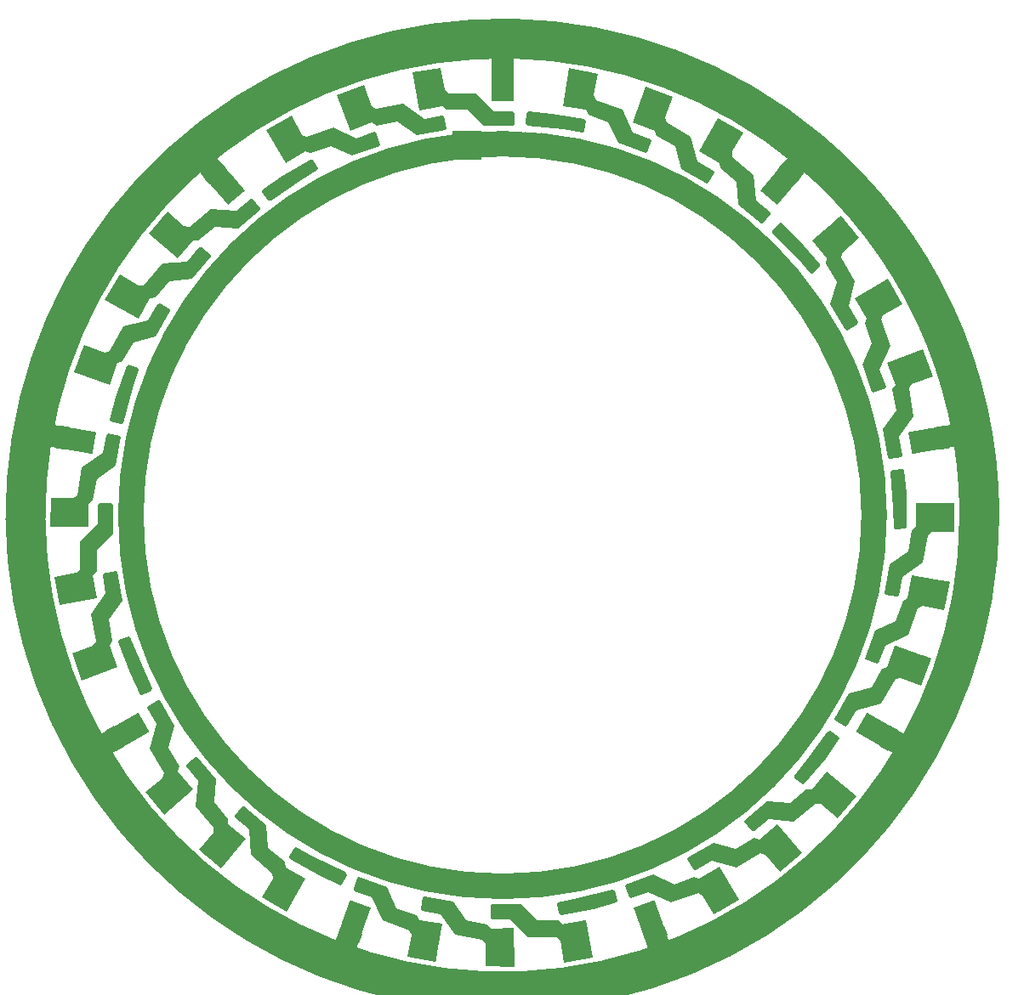
<source format=gtl>
G04*
G04 #@! TF.GenerationSoftware,Altium Limited,Altium Designer,19.1.7 (138)*
G04*
G04 Layer_Physical_Order=1*
G04 Layer_Color=255*
%FSLAX25Y25*%
%MOIN*%
G70*
G01*
G75*
G04:AMPARAMS|DCode=12|XSize=70.87mil|YSize=47.24mil|CornerRadius=0mil|HoleSize=0mil|Usage=FLASHONLY|Rotation=315.000|XOffset=0mil|YOffset=0mil|HoleType=Round|Shape=Rectangle|*
%AMROTATEDRECTD12*
4,1,4,-0.04176,0.00835,-0.00835,0.04176,0.04176,-0.00835,0.00835,-0.04176,-0.04176,0.00835,0.0*
%
%ADD12ROTATEDRECTD12*%

G04:AMPARAMS|DCode=13|XSize=70.87mil|YSize=47.24mil|CornerRadius=0mil|HoleSize=0mil|Usage=FLASHONLY|Rotation=275.000|XOffset=0mil|YOffset=0mil|HoleType=Round|Shape=Rectangle|*
%AMROTATEDRECTD13*
4,1,4,-0.02662,0.03324,0.02044,0.03736,0.02662,-0.03324,-0.02044,-0.03736,-0.02662,0.03324,0.0*
%
%ADD13ROTATEDRECTD13*%

G04:AMPARAMS|DCode=14|XSize=70.87mil|YSize=47.24mil|CornerRadius=0mil|HoleSize=0mil|Usage=FLASHONLY|Rotation=235.000|XOffset=0mil|YOffset=0mil|HoleType=Round|Shape=Rectangle|*
%AMROTATEDRECTD14*
4,1,4,0.00097,0.04257,0.03967,0.01548,-0.00097,-0.04257,-0.03967,-0.01548,0.00097,0.04257,0.0*
%
%ADD14ROTATEDRECTD14*%

G04:AMPARAMS|DCode=15|XSize=70.87mil|YSize=47.24mil|CornerRadius=0mil|HoleSize=0mil|Usage=FLASHONLY|Rotation=195.000|XOffset=0mil|YOffset=0mil|HoleType=Round|Shape=Rectangle|*
%AMROTATEDRECTD15*
4,1,4,0.02811,0.03199,0.04034,-0.01365,-0.02811,-0.03199,-0.04034,0.01365,0.02811,0.03199,0.0*
%
%ADD15ROTATEDRECTD15*%

G04:AMPARAMS|DCode=16|XSize=70.87mil|YSize=47.24mil|CornerRadius=0mil|HoleSize=0mil|Usage=FLASHONLY|Rotation=75.000|XOffset=0mil|YOffset=0mil|HoleType=Round|Shape=Rectangle|*
%AMROTATEDRECTD16*
4,1,4,0.01365,-0.04034,-0.03199,-0.02811,-0.01365,0.04034,0.03199,0.02811,0.01365,-0.04034,0.0*
%
%ADD16ROTATEDRECTD16*%

G04:AMPARAMS|DCode=17|XSize=70.87mil|YSize=47.24mil|CornerRadius=0mil|HoleSize=0mil|Usage=FLASHONLY|Rotation=155.000|XOffset=0mil|YOffset=0mil|HoleType=Round|Shape=Rectangle|*
%AMROTATEDRECTD17*
4,1,4,0.04210,0.00643,0.02213,-0.03638,-0.04210,-0.00643,-0.02213,0.03638,0.04210,0.00643,0.0*
%
%ADD17ROTATEDRECTD17*%

G04:AMPARAMS|DCode=18|XSize=70.87mil|YSize=47.24mil|CornerRadius=0mil|HoleSize=0mil|Usage=FLASHONLY|Rotation=115.000|XOffset=0mil|YOffset=0mil|HoleType=Round|Shape=Rectangle|*
%AMROTATEDRECTD18*
4,1,4,0.03638,-0.02213,-0.00643,-0.04210,-0.03638,0.02213,0.00643,0.04210,0.03638,-0.02213,0.0*
%
%ADD18ROTATEDRECTD18*%

G04:AMPARAMS|DCode=19|XSize=70.87mil|YSize=47.24mil|CornerRadius=0mil|HoleSize=0mil|Usage=FLASHONLY|Rotation=35.000|XOffset=0mil|YOffset=0mil|HoleType=Round|Shape=Rectangle|*
%AMROTATEDRECTD19*
4,1,4,-0.01548,-0.03967,-0.04257,-0.00097,0.01548,0.03967,0.04257,0.00097,-0.01548,-0.03967,0.0*
%
%ADD19ROTATEDRECTD19*%

G04:AMPARAMS|DCode=20|XSize=86.61mil|YSize=93.31mil|CornerRadius=0mil|HoleSize=0mil|Usage=FLASHONLY|Rotation=290.000|XOffset=0mil|YOffset=0mil|HoleType=Round|Shape=Rectangle|*
%AMROTATEDRECTD20*
4,1,4,-0.05865,0.02474,0.02903,0.05665,0.05865,-0.02474,-0.02903,-0.05665,-0.05865,0.02474,0.0*
%
%ADD20ROTATEDRECTD20*%

G04:AMPARAMS|DCode=21|XSize=29.53mil|YSize=37.4mil|CornerRadius=0mil|HoleSize=0mil|Usage=FLASHONLY|Rotation=290.000|XOffset=0mil|YOffset=0mil|HoleType=Round|Shape=Rectangle|*
%AMROTATEDRECTD21*
4,1,4,-0.02262,0.00748,0.01252,0.02027,0.02262,-0.00748,-0.01252,-0.02027,-0.02262,0.00748,0.0*
%
%ADD21ROTATEDRECTD21*%

%ADD22R,0.11811X0.11811*%
G04:AMPARAMS|DCode=23|XSize=70.87mil|YSize=47.24mil|CornerRadius=0mil|HoleSize=0mil|Usage=FLASHONLY|Rotation=355.000|XOffset=0mil|YOffset=0mil|HoleType=Round|Shape=Rectangle|*
%AMROTATEDRECTD23*
4,1,4,-0.03736,-0.02044,-0.03324,0.02662,0.03736,0.02044,0.03324,-0.02662,-0.03736,-0.02044,0.0*
%
%ADD23ROTATEDRECTD23*%

%ADD24R,0.02953X0.03740*%
%ADD25R,0.08661X0.09331*%
G04:AMPARAMS|DCode=26|XSize=29.53mil|YSize=37.4mil|CornerRadius=0mil|HoleSize=0mil|Usage=FLASHONLY|Rotation=190.000|XOffset=0mil|YOffset=0mil|HoleType=Round|Shape=Rectangle|*
%AMROTATEDRECTD26*
4,1,4,0.01129,0.02098,0.01779,-0.01585,-0.01129,-0.02098,-0.01779,0.01585,0.01129,0.02098,0.0*
%
%ADD26ROTATEDRECTD26*%

G04:AMPARAMS|DCode=27|XSize=86.61mil|YSize=93.31mil|CornerRadius=0mil|HoleSize=0mil|Usage=FLASHONLY|Rotation=190.000|XOffset=0mil|YOffset=0mil|HoleType=Round|Shape=Rectangle|*
%AMROTATEDRECTD27*
4,1,4,0.03455,0.05347,0.05075,-0.03842,-0.03455,-0.05347,-0.05075,0.03842,0.03455,0.05347,0.0*
%
%ADD27ROTATEDRECTD27*%

G04:AMPARAMS|DCode=28|XSize=29.53mil|YSize=37.4mil|CornerRadius=0mil|HoleSize=0mil|Usage=FLASHONLY|Rotation=200.000|XOffset=0mil|YOffset=0mil|HoleType=Round|Shape=Rectangle|*
%AMROTATEDRECTD28*
4,1,4,0.00748,0.02262,0.02027,-0.01252,-0.00748,-0.02262,-0.02027,0.01252,0.00748,0.02262,0.0*
%
%ADD28ROTATEDRECTD28*%

G04:AMPARAMS|DCode=29|XSize=86.61mil|YSize=93.31mil|CornerRadius=0mil|HoleSize=0mil|Usage=FLASHONLY|Rotation=200.000|XOffset=0mil|YOffset=0mil|HoleType=Round|Shape=Rectangle|*
%AMROTATEDRECTD29*
4,1,4,0.02474,0.05865,0.05665,-0.02903,-0.02474,-0.05865,-0.05665,0.02903,0.02474,0.05865,0.0*
%
%ADD29ROTATEDRECTD29*%

G04:AMPARAMS|DCode=30|XSize=29.53mil|YSize=37.4mil|CornerRadius=0mil|HoleSize=0mil|Usage=FLASHONLY|Rotation=210.000|XOffset=0mil|YOffset=0mil|HoleType=Round|Shape=Rectangle|*
%AMROTATEDRECTD30*
4,1,4,0.00344,0.02358,0.02214,-0.00881,-0.00344,-0.02358,-0.02214,0.00881,0.00344,0.02358,0.0*
%
%ADD30ROTATEDRECTD30*%

G04:AMPARAMS|DCode=31|XSize=86.61mil|YSize=93.31mil|CornerRadius=0mil|HoleSize=0mil|Usage=FLASHONLY|Rotation=210.000|XOffset=0mil|YOffset=0mil|HoleType=Round|Shape=Rectangle|*
%AMROTATEDRECTD31*
4,1,4,0.01418,0.06206,0.06083,-0.01875,-0.01418,-0.06206,-0.06083,0.01875,0.01418,0.06206,0.0*
%
%ADD31ROTATEDRECTD31*%

G04:AMPARAMS|DCode=32|XSize=29.53mil|YSize=37.4mil|CornerRadius=0mil|HoleSize=0mil|Usage=FLASHONLY|Rotation=220.000|XOffset=0mil|YOffset=0mil|HoleType=Round|Shape=Rectangle|*
%AMROTATEDRECTD32*
4,1,4,-0.00071,0.02382,0.02333,-0.00484,0.00071,-0.02382,-0.02333,0.00484,-0.00071,0.02382,0.0*
%
%ADD32ROTATEDRECTD32*%

G04:AMPARAMS|DCode=33|XSize=86.61mil|YSize=93.31mil|CornerRadius=0mil|HoleSize=0mil|Usage=FLASHONLY|Rotation=220.000|XOffset=0mil|YOffset=0mil|HoleType=Round|Shape=Rectangle|*
%AMROTATEDRECTD33*
4,1,4,0.00319,0.06358,0.06316,-0.00790,-0.00319,-0.06358,-0.06316,0.00790,0.00319,0.06358,0.0*
%
%ADD33ROTATEDRECTD33*%

G04:AMPARAMS|DCode=34|XSize=29.53mil|YSize=37.4mil|CornerRadius=0mil|HoleSize=0mil|Usage=FLASHONLY|Rotation=230.000|XOffset=0mil|YOffset=0mil|HoleType=Round|Shape=Rectangle|*
%AMROTATEDRECTD34*
4,1,4,-0.00484,0.02333,0.02382,-0.00071,0.00484,-0.02333,-0.02382,0.00071,-0.00484,0.02333,0.0*
%
%ADD34ROTATEDRECTD34*%

G04:AMPARAMS|DCode=35|XSize=86.61mil|YSize=93.31mil|CornerRadius=0mil|HoleSize=0mil|Usage=FLASHONLY|Rotation=230.000|XOffset=0mil|YOffset=0mil|HoleType=Round|Shape=Rectangle|*
%AMROTATEDRECTD35*
4,1,4,-0.00790,0.06316,0.06358,0.00319,0.00790,-0.06316,-0.06358,-0.00319,-0.00790,0.06316,0.0*
%
%ADD35ROTATEDRECTD35*%

G04:AMPARAMS|DCode=36|XSize=29.53mil|YSize=37.4mil|CornerRadius=0mil|HoleSize=0mil|Usage=FLASHONLY|Rotation=240.000|XOffset=0mil|YOffset=0mil|HoleType=Round|Shape=Rectangle|*
%AMROTATEDRECTD36*
4,1,4,-0.00881,0.02214,0.02358,0.00344,0.00881,-0.02214,-0.02358,-0.00344,-0.00881,0.02214,0.0*
%
%ADD36ROTATEDRECTD36*%

G04:AMPARAMS|DCode=37|XSize=86.61mil|YSize=93.31mil|CornerRadius=0mil|HoleSize=0mil|Usage=FLASHONLY|Rotation=240.000|XOffset=0mil|YOffset=0mil|HoleType=Round|Shape=Rectangle|*
%AMROTATEDRECTD37*
4,1,4,-0.01875,0.06083,0.06206,0.01418,0.01875,-0.06083,-0.06206,-0.01418,-0.01875,0.06083,0.0*
%
%ADD37ROTATEDRECTD37*%

G04:AMPARAMS|DCode=38|XSize=29.53mil|YSize=37.4mil|CornerRadius=0mil|HoleSize=0mil|Usage=FLASHONLY|Rotation=250.000|XOffset=0mil|YOffset=0mil|HoleType=Round|Shape=Rectangle|*
%AMROTATEDRECTD38*
4,1,4,-0.01252,0.02027,0.02262,0.00748,0.01252,-0.02027,-0.02262,-0.00748,-0.01252,0.02027,0.0*
%
%ADD38ROTATEDRECTD38*%

G04:AMPARAMS|DCode=39|XSize=86.61mil|YSize=93.31mil|CornerRadius=0mil|HoleSize=0mil|Usage=FLASHONLY|Rotation=250.000|XOffset=0mil|YOffset=0mil|HoleType=Round|Shape=Rectangle|*
%AMROTATEDRECTD39*
4,1,4,-0.02903,0.05665,0.05865,0.02474,0.02903,-0.05665,-0.05865,-0.02474,-0.02903,0.05665,0.0*
%
%ADD39ROTATEDRECTD39*%

G04:AMPARAMS|DCode=40|XSize=29.53mil|YSize=37.4mil|CornerRadius=0mil|HoleSize=0mil|Usage=FLASHONLY|Rotation=260.000|XOffset=0mil|YOffset=0mil|HoleType=Round|Shape=Rectangle|*
%AMROTATEDRECTD40*
4,1,4,-0.01585,0.01779,0.02098,0.01129,0.01585,-0.01779,-0.02098,-0.01129,-0.01585,0.01779,0.0*
%
%ADD40ROTATEDRECTD40*%

G04:AMPARAMS|DCode=41|XSize=86.61mil|YSize=93.31mil|CornerRadius=0mil|HoleSize=0mil|Usage=FLASHONLY|Rotation=260.000|XOffset=0mil|YOffset=0mil|HoleType=Round|Shape=Rectangle|*
%AMROTATEDRECTD41*
4,1,4,-0.03842,0.05075,0.05347,0.03455,0.03842,-0.05075,-0.05347,-0.03455,-0.03842,0.05075,0.0*
%
%ADD41ROTATEDRECTD41*%

%ADD42R,0.03740X0.02953*%
%ADD43R,0.09331X0.08661*%
G04:AMPARAMS|DCode=44|XSize=29.53mil|YSize=37.4mil|CornerRadius=0mil|HoleSize=0mil|Usage=FLASHONLY|Rotation=100.000|XOffset=0mil|YOffset=0mil|HoleType=Round|Shape=Rectangle|*
%AMROTATEDRECTD44*
4,1,4,0.02098,-0.01129,-0.01585,-0.01779,-0.02098,0.01129,0.01585,0.01779,0.02098,-0.01129,0.0*
%
%ADD44ROTATEDRECTD44*%

G04:AMPARAMS|DCode=45|XSize=86.61mil|YSize=93.31mil|CornerRadius=0mil|HoleSize=0mil|Usage=FLASHONLY|Rotation=100.000|XOffset=0mil|YOffset=0mil|HoleType=Round|Shape=Rectangle|*
%AMROTATEDRECTD45*
4,1,4,0.05347,-0.03455,-0.03842,-0.05075,-0.05347,0.03455,0.03842,0.05075,0.05347,-0.03455,0.0*
%
%ADD45ROTATEDRECTD45*%

G04:AMPARAMS|DCode=46|XSize=29.53mil|YSize=37.4mil|CornerRadius=0mil|HoleSize=0mil|Usage=FLASHONLY|Rotation=120.000|XOffset=0mil|YOffset=0mil|HoleType=Round|Shape=Rectangle|*
%AMROTATEDRECTD46*
4,1,4,0.02358,-0.00344,-0.00881,-0.02214,-0.02358,0.00344,0.00881,0.02214,0.02358,-0.00344,0.0*
%
%ADD46ROTATEDRECTD46*%

G04:AMPARAMS|DCode=47|XSize=86.61mil|YSize=93.31mil|CornerRadius=0mil|HoleSize=0mil|Usage=FLASHONLY|Rotation=120.000|XOffset=0mil|YOffset=0mil|HoleType=Round|Shape=Rectangle|*
%AMROTATEDRECTD47*
4,1,4,0.06206,-0.01418,-0.01875,-0.06083,-0.06206,0.01418,0.01875,0.06083,0.06206,-0.01418,0.0*
%
%ADD47ROTATEDRECTD47*%

G04:AMPARAMS|DCode=48|XSize=29.53mil|YSize=37.4mil|CornerRadius=0mil|HoleSize=0mil|Usage=FLASHONLY|Rotation=130.000|XOffset=0mil|YOffset=0mil|HoleType=Round|Shape=Rectangle|*
%AMROTATEDRECTD48*
4,1,4,0.02382,0.00071,-0.00484,-0.02333,-0.02382,-0.00071,0.00484,0.02333,0.02382,0.00071,0.0*
%
%ADD48ROTATEDRECTD48*%

G04:AMPARAMS|DCode=49|XSize=86.61mil|YSize=93.31mil|CornerRadius=0mil|HoleSize=0mil|Usage=FLASHONLY|Rotation=130.000|XOffset=0mil|YOffset=0mil|HoleType=Round|Shape=Rectangle|*
%AMROTATEDRECTD49*
4,1,4,0.06358,-0.00319,-0.00790,-0.06316,-0.06358,0.00319,0.00790,0.06316,0.06358,-0.00319,0.0*
%
%ADD49ROTATEDRECTD49*%

G04:AMPARAMS|DCode=50|XSize=29.53mil|YSize=37.4mil|CornerRadius=0mil|HoleSize=0mil|Usage=FLASHONLY|Rotation=140.000|XOffset=0mil|YOffset=0mil|HoleType=Round|Shape=Rectangle|*
%AMROTATEDRECTD50*
4,1,4,0.02333,0.00484,-0.00071,-0.02382,-0.02333,-0.00484,0.00071,0.02382,0.02333,0.00484,0.0*
%
%ADD50ROTATEDRECTD50*%

G04:AMPARAMS|DCode=51|XSize=86.61mil|YSize=93.31mil|CornerRadius=0mil|HoleSize=0mil|Usage=FLASHONLY|Rotation=140.000|XOffset=0mil|YOffset=0mil|HoleType=Round|Shape=Rectangle|*
%AMROTATEDRECTD51*
4,1,4,0.06316,0.00790,0.00319,-0.06358,-0.06316,-0.00790,-0.00319,0.06358,0.06316,0.00790,0.0*
%
%ADD51ROTATEDRECTD51*%

G04:AMPARAMS|DCode=52|XSize=29.53mil|YSize=37.4mil|CornerRadius=0mil|HoleSize=0mil|Usage=FLASHONLY|Rotation=150.000|XOffset=0mil|YOffset=0mil|HoleType=Round|Shape=Rectangle|*
%AMROTATEDRECTD52*
4,1,4,0.02214,0.00881,0.00344,-0.02358,-0.02214,-0.00881,-0.00344,0.02358,0.02214,0.00881,0.0*
%
%ADD52ROTATEDRECTD52*%

G04:AMPARAMS|DCode=53|XSize=86.61mil|YSize=93.31mil|CornerRadius=0mil|HoleSize=0mil|Usage=FLASHONLY|Rotation=150.000|XOffset=0mil|YOffset=0mil|HoleType=Round|Shape=Rectangle|*
%AMROTATEDRECTD53*
4,1,4,0.06083,0.01875,0.01418,-0.06206,-0.06083,-0.01875,-0.01418,0.06206,0.06083,0.01875,0.0*
%
%ADD53ROTATEDRECTD53*%

G04:AMPARAMS|DCode=54|XSize=29.53mil|YSize=37.4mil|CornerRadius=0mil|HoleSize=0mil|Usage=FLASHONLY|Rotation=160.000|XOffset=0mil|YOffset=0mil|HoleType=Round|Shape=Rectangle|*
%AMROTATEDRECTD54*
4,1,4,0.02027,0.01252,0.00748,-0.02262,-0.02027,-0.01252,-0.00748,0.02262,0.02027,0.01252,0.0*
%
%ADD54ROTATEDRECTD54*%

G04:AMPARAMS|DCode=55|XSize=86.61mil|YSize=93.31mil|CornerRadius=0mil|HoleSize=0mil|Usage=FLASHONLY|Rotation=160.000|XOffset=0mil|YOffset=0mil|HoleType=Round|Shape=Rectangle|*
%AMROTATEDRECTD55*
4,1,4,0.05665,0.02903,0.02474,-0.05865,-0.05665,-0.02903,-0.02474,0.05865,0.05665,0.02903,0.0*
%
%ADD55ROTATEDRECTD55*%

G04:AMPARAMS|DCode=56|XSize=29.53mil|YSize=37.4mil|CornerRadius=0mil|HoleSize=0mil|Usage=FLASHONLY|Rotation=170.000|XOffset=0mil|YOffset=0mil|HoleType=Round|Shape=Rectangle|*
%AMROTATEDRECTD56*
4,1,4,0.01779,0.01585,0.01129,-0.02098,-0.01779,-0.01585,-0.01129,0.02098,0.01779,0.01585,0.0*
%
%ADD56ROTATEDRECTD56*%

G04:AMPARAMS|DCode=57|XSize=86.61mil|YSize=93.31mil|CornerRadius=0mil|HoleSize=0mil|Usage=FLASHONLY|Rotation=170.000|XOffset=0mil|YOffset=0mil|HoleType=Round|Shape=Rectangle|*
%AMROTATEDRECTD57*
4,1,4,0.05075,0.03842,0.03455,-0.05347,-0.05075,-0.03842,-0.03455,0.05347,0.05075,0.03842,0.0*
%
%ADD57ROTATEDRECTD57*%

%ADD105C,0.15748*%
%ADD106C,0.09843*%
%ADD107C,0.08661*%
%ADD108C,0.03937*%
G36*
X-22756Y167008D02*
X-21260Y165512D01*
X-10236Y165512D01*
X-3189Y158465D01*
X4055D01*
X4685Y157835D01*
Y153150D01*
X4173Y152638D01*
X-7244Y152638D01*
X-13701Y159095D01*
X-22047Y159095D01*
X-23701Y160472D01*
X-32638Y158858D01*
X-35394Y173661D01*
X-24161Y175489D01*
X-22756Y167008D01*
D02*
G37*
G36*
X19331Y157480D02*
X31969Y155276D01*
X32638Y154606D01*
X32134Y150743D01*
X31449Y150201D01*
X23858Y151378D01*
X9843Y152677D01*
X9016Y153583D01*
X9449Y157677D01*
X9961Y158228D01*
X19331Y157480D01*
D02*
G37*
G36*
X-51411Y160519D02*
X-49678Y159306D01*
X-38822Y161220D01*
X-30658Y155503D01*
X-23524Y156761D01*
X-22794Y156250D01*
X-21980Y151637D01*
X-22395Y151044D01*
X-33639Y149061D01*
X-41119Y154298D01*
X-49339Y152849D01*
X-51206Y153919D01*
X-59727Y150777D01*
X-65012Y164877D01*
X-54267Y168627D01*
X-51411Y160519D01*
D02*
G37*
G36*
X37317Y173169D02*
X35737Y164719D01*
X36631Y162802D01*
X46989Y159031D01*
X51201Y149999D01*
X58009Y147521D01*
X58385Y146714D01*
X56783Y142311D01*
X56127Y142005D01*
X45398Y145910D01*
X41539Y154186D01*
X33696Y157041D01*
X32613Y158901D01*
X23663Y160441D01*
X26136Y175294D01*
X37317Y173169D01*
D02*
G37*
G36*
X-78504Y149153D02*
X-76586Y148259D01*
X-66227Y152029D01*
X-57195Y147817D01*
X-50388Y150295D01*
X-49580Y149918D01*
X-47978Y145516D01*
X-48284Y144860D01*
X-59012Y140955D01*
X-67288Y144814D01*
X-75131Y141959D01*
X-77156Y142689D01*
X-85002Y138115D01*
X-92655Y151083D01*
X-82725Y156642D01*
X-78504Y149153D01*
D02*
G37*
G36*
X66820Y164058D02*
X63797Y156011D01*
X64344Y153967D01*
X73891Y148456D01*
X76471Y138829D01*
X82744Y135207D01*
X82975Y134346D01*
X80632Y130289D01*
X79933Y130102D01*
X70045Y135810D01*
X67682Y144630D01*
X60454Y148803D01*
X59711Y150824D01*
X51164Y153894D01*
X56179Y168092D01*
X66820Y164058D01*
D02*
G37*
G36*
X-74377Y139415D02*
X-72280Y136131D01*
X-72456Y135276D01*
X-79027Y131298D01*
X-90599Y123284D01*
X-91815Y123446D01*
X-94115Y126861D01*
X-94077Y127612D01*
X-86418Y133063D01*
X-75320Y139497D01*
X-74377Y139415D01*
D02*
G37*
G36*
X-97865Y123920D02*
X-94854Y120331D01*
X-94917Y119610D01*
X-103663Y112271D01*
X-112759Y113067D01*
X-119153Y107702D01*
X-121306Y107694D01*
X-127114Y100713D01*
X-138741Y110282D01*
X-131311Y118902D01*
X-124783Y113308D01*
X-122675Y113124D01*
X-114230Y120210D01*
X-104302Y119341D01*
X-98753Y123997D01*
X-97865Y123920D01*
D02*
G37*
G36*
X94294Y149963D02*
X89919Y142563D01*
X90103Y140455D01*
X98548Y133369D01*
X99416Y123441D01*
X104965Y118784D01*
X105043Y117897D01*
X102032Y114308D01*
X101311Y114245D01*
X92564Y121584D01*
X91768Y130680D01*
X85375Y136045D01*
X84994Y138164D01*
X77110Y142672D01*
X84514Y155783D01*
X94294Y149963D01*
D02*
G37*
G36*
X116035Y108211D02*
X124299Y98399D01*
X124381Y97456D01*
X121511Y94820D01*
X120639Y94845D01*
X115580Y100626D01*
X105679Y110631D01*
X105628Y111856D01*
X108591Y114714D01*
X109337Y114807D01*
X116035Y108211D01*
D02*
G37*
G36*
X-114308Y102032D02*
X-114245Y101311D01*
X-121584Y92564D01*
X-130680Y91768D01*
X-136045Y85375D01*
X-138164Y84994D01*
X-142672Y77110D01*
X-155783Y84514D01*
X-149963Y94294D01*
X-142563Y89919D01*
X-140455Y90103D01*
X-133369Y98548D01*
X-123441Y99416D01*
X-118784Y104965D01*
X-117897Y105043D01*
X-114308Y102032D01*
D02*
G37*
G36*
X139897Y108669D02*
X133255Y103211D01*
X132708Y101168D01*
X138219Y91621D01*
X135640Y81994D01*
X139262Y75720D01*
X139031Y74860D01*
X134974Y72517D01*
X134275Y72705D01*
X128566Y82592D01*
X130930Y91413D01*
X126756Y98641D01*
X127123Y100762D01*
X121256Y107694D01*
X132698Y117483D01*
X139897Y108669D01*
D02*
G37*
G36*
X-130289Y80632D02*
X-130102Y79933D01*
X-135810Y70045D01*
X-144630Y67682D01*
X-148803Y60454D01*
X-150824Y59711D01*
X-153894Y51164D01*
X-168092Y56179D01*
X-164058Y66820D01*
X-156011Y63797D01*
X-153967Y64344D01*
X-148456Y73891D01*
X-138829Y76471D01*
X-135207Y82744D01*
X-134346Y82975D01*
X-130289Y80632D01*
D02*
G37*
G36*
X156642Y82725D02*
X149153Y78504D01*
X148259Y76586D01*
X152029Y66227D01*
X147817Y57195D01*
X150295Y50388D01*
X149918Y49580D01*
X145516Y47978D01*
X144860Y48284D01*
X140955Y59012D01*
X144814Y67288D01*
X141959Y75131D01*
X142689Y77156D01*
X138115Y85002D01*
X151083Y92655D01*
X156642Y82725D01*
D02*
G37*
G36*
X-142873Y57822D02*
X-142458Y57053D01*
X-144935Y49782D01*
X-148649Y36205D01*
X-149684Y35548D01*
X-153641Y36686D01*
X-154095Y37285D01*
X-151731Y46383D01*
X-147365Y58446D01*
X-146590Y58989D01*
X-142873Y57822D01*
D02*
G37*
G36*
X168627Y54267D02*
X160519Y51411D01*
X159306Y49678D01*
X161220Y38822D01*
X155503Y30658D01*
X156761Y23524D01*
X156250Y22794D01*
X151637Y21980D01*
X151044Y22395D01*
X149061Y33639D01*
X154298Y41119D01*
X152849Y49339D01*
X153919Y51206D01*
X150777Y59727D01*
X164877Y65012D01*
X168627Y54267D01*
D02*
G37*
G36*
X-150009Y31208D02*
X-149594Y30615D01*
X-151577Y19371D01*
X-159057Y14134D01*
X-160506Y5914D01*
X-162150Y4525D01*
X-162112Y-4557D01*
X-177169Y-4700D01*
X-177018Y6679D01*
X-168422Y6590D01*
X-166689Y7804D01*
X-164775Y18660D01*
X-156611Y24377D01*
X-155353Y31511D01*
X-154623Y32022D01*
X-150009Y31208D01*
D02*
G37*
G36*
X157554Y17667D02*
X158445Y8309D01*
X158468Y-4519D01*
X157925Y-5295D01*
X154033Y-5469D01*
X153380Y-4889D01*
X153221Y2791D01*
X152067Y16819D01*
X152815Y17791D01*
X156922Y18075D01*
X157554Y17667D01*
D02*
G37*
G36*
X177018Y-6679D02*
X168422Y-6590D01*
X166689Y-7804D01*
X164775Y-18660D01*
X156611Y-24377D01*
X155353Y-31511D01*
X154623Y-32022D01*
X150009Y-31208D01*
X149594Y-30615D01*
X151577Y-19371D01*
X159057Y-14134D01*
X160506Y-5914D01*
X162150Y-4525D01*
X162112Y4557D01*
X177169Y4700D01*
X177018Y-6679D01*
D02*
G37*
G36*
X-152638Y4173D02*
X-152638Y-7244D01*
X-159095Y-13701D01*
X-159095Y-22047D01*
X-160472Y-23701D01*
X-158858Y-32638D01*
X-173661Y-35394D01*
X-175489Y-24161D01*
X-167008Y-22756D01*
X-165512Y-21260D01*
X-165512Y-10236D01*
X-158465Y-3189D01*
Y4055D01*
X-157835Y4685D01*
X-153150Y4685D01*
X-152638Y4173D01*
D02*
G37*
G36*
X175294Y-26136D02*
X173169Y-37317D01*
X164719Y-35737D01*
X162802Y-36631D01*
X159031Y-46989D01*
X149999Y-51201D01*
X147521Y-58009D01*
X146714Y-58385D01*
X142311Y-56783D01*
X142005Y-56127D01*
X145910Y-45398D01*
X154186Y-41539D01*
X157041Y-33696D01*
X158901Y-32613D01*
X160441Y-23663D01*
X175294Y-26136D01*
D02*
G37*
G36*
X-151044Y-22395D02*
X-149061Y-33639D01*
X-154298Y-41119D01*
X-152849Y-49339D01*
X-153919Y-51206D01*
X-150777Y-59727D01*
X-164877Y-65012D01*
X-168627Y-54267D01*
X-160519Y-51411D01*
X-159306Y-49678D01*
X-161220Y-38822D01*
X-155503Y-30658D01*
X-156761Y-23524D01*
X-156250Y-22794D01*
X-151637Y-21980D01*
X-151044Y-22395D01*
D02*
G37*
G36*
X168092Y-56179D02*
X164058Y-66820D01*
X156011Y-63797D01*
X153967Y-64344D01*
X148456Y-73891D01*
X138829Y-76471D01*
X135207Y-82744D01*
X134346Y-82975D01*
X130289Y-80632D01*
X130102Y-79933D01*
X135810Y-70045D01*
X144630Y-67682D01*
X148803Y-60454D01*
X150824Y-59711D01*
X153894Y-51164D01*
X168092Y-56179D01*
D02*
G37*
G36*
X-145802Y-47865D02*
X-143026Y-55027D01*
X-137144Y-67815D01*
X-137514Y-68984D01*
X-141277Y-70656D01*
X-142010Y-70488D01*
X-146047Y-61999D01*
X-150457Y-49952D01*
X-150212Y-49038D01*
X-146614Y-47543D01*
X-145802Y-47865D01*
D02*
G37*
G36*
X131828Y-87021D02*
X132050Y-87740D01*
X126717Y-95481D01*
X118488Y-105323D01*
X117574Y-105568D01*
X114480Y-103200D01*
X114353Y-102336D01*
X119168Y-96351D01*
X127301Y-84863D01*
X128499Y-84599D01*
X131828Y-87021D01*
D02*
G37*
G36*
X138741Y-110282D02*
X131311Y-118902D01*
X124783Y-113308D01*
X122675Y-113124D01*
X114230Y-120210D01*
X104302Y-119341D01*
X98753Y-123997D01*
X97865Y-123920D01*
X94854Y-120331D01*
X94917Y-119610D01*
X103663Y-112271D01*
X112759Y-113067D01*
X119153Y-107702D01*
X121306Y-107694D01*
X127114Y-100713D01*
X138741Y-110282D01*
D02*
G37*
G36*
X-134275Y-72705D02*
X-128566Y-82592D01*
X-130929Y-91412D01*
X-126756Y-98641D01*
X-127123Y-100762D01*
X-121256Y-107694D01*
X-132698Y-117482D01*
X-139897Y-108669D01*
X-133255Y-103211D01*
X-132708Y-101168D01*
X-138219Y-91621D01*
X-135640Y-81994D01*
X-139262Y-75720D01*
X-139031Y-74860D01*
X-134974Y-72517D01*
X-134275Y-72705D01*
D02*
G37*
G36*
X117482Y-132698D02*
X108669Y-139897D01*
X103211Y-133255D01*
X101168Y-132708D01*
X91621Y-138219D01*
X81994Y-135640D01*
X75721Y-139262D01*
X74860Y-139031D01*
X72517Y-134974D01*
X72705Y-134275D01*
X82592Y-128566D01*
X91413Y-130929D01*
X98641Y-126756D01*
X100762Y-127123D01*
X107694Y-121256D01*
X117482Y-132698D01*
D02*
G37*
G36*
X-119610Y-94917D02*
X-112271Y-103663D01*
X-113067Y-112759D01*
X-107702Y-119153D01*
X-107694Y-121306D01*
X-100713Y-127114D01*
X-110282Y-138741D01*
X-118902Y-131310D01*
X-113308Y-124783D01*
X-113124Y-122675D01*
X-120210Y-114230D01*
X-119341Y-104302D01*
X-123997Y-98753D01*
X-123920Y-97865D01*
X-120331Y-94854D01*
X-119610Y-94917D01*
D02*
G37*
G36*
X92655Y-151083D02*
X82725Y-156642D01*
X78504Y-149153D01*
X76586Y-148259D01*
X66227Y-152029D01*
X57195Y-147817D01*
X50388Y-150295D01*
X49580Y-149918D01*
X47978Y-145516D01*
X48284Y-144860D01*
X59012Y-140955D01*
X67288Y-144814D01*
X75131Y-141959D01*
X77156Y-142689D01*
X85002Y-138115D01*
X92655Y-151083D01*
D02*
G37*
G36*
X-74194Y-134089D02*
X-61468Y-140103D01*
X-61000Y-141237D01*
X-62808Y-144936D01*
X-63477Y-145279D01*
X-72026Y-141372D01*
X-83148Y-134977D01*
X-83548Y-134120D01*
X-81753Y-130661D01*
X-80924Y-130386D01*
X-74194Y-134089D01*
D02*
G37*
G36*
X-92564Y-121584D02*
X-91768Y-130680D01*
X-85375Y-136045D01*
X-84994Y-138164D01*
X-77110Y-142672D01*
X-84514Y-155783D01*
X-94294Y-149963D01*
X-89919Y-142563D01*
X-90103Y-140455D01*
X-98548Y-133369D01*
X-99416Y-123441D01*
X-104965Y-118784D01*
X-105043Y-117897D01*
X-102032Y-114308D01*
X-101311Y-114245D01*
X-92564Y-121584D01*
D02*
G37*
G36*
X44056Y-147404D02*
X45050Y-151400D01*
X44757Y-152093D01*
X35697Y-154595D01*
X23067Y-156845D01*
X22209Y-156445D01*
X21361Y-152642D01*
X21819Y-151899D01*
X29355Y-150409D01*
X42970Y-146836D01*
X44056Y-147404D01*
D02*
G37*
G36*
X-45398Y-145910D02*
X-41539Y-154186D01*
X-33696Y-157041D01*
X-32613Y-158901D01*
X-23663Y-160441D01*
X-26136Y-175294D01*
X-37317Y-173169D01*
X-35737Y-164719D01*
X-36631Y-162802D01*
X-46989Y-159031D01*
X-51201Y-149999D01*
X-58009Y-147521D01*
X-58385Y-146714D01*
X-56783Y-142311D01*
X-56127Y-142005D01*
X-45398Y-145910D01*
D02*
G37*
G36*
X7244Y-152638D02*
X13701Y-159095D01*
X22047D01*
X23701Y-160472D01*
X32638Y-158858D01*
X35394Y-173661D01*
X24161Y-175489D01*
X22756Y-167008D01*
X21260Y-165512D01*
X10236Y-165512D01*
X3189Y-158465D01*
X-4055D01*
X-4685Y-157835D01*
X-4685Y-153150D01*
X-4173Y-152638D01*
X7244Y-152638D01*
D02*
G37*
G36*
X-19371Y-151577D02*
X-14134Y-159057D01*
X-5914Y-160506D01*
X-4525Y-162150D01*
X4557Y-162112D01*
X4700Y-177169D01*
X-6679Y-177018D01*
X-6590Y-168422D01*
X-7804Y-166689D01*
X-18660Y-164775D01*
X-24377Y-156611D01*
X-31511Y-155353D01*
X-32022Y-154623D01*
X-31208Y-150009D01*
X-30615Y-149594D01*
X-19371Y-151577D01*
D02*
G37*
D12*
X101306Y101225D02*
D03*
X109936Y109855D02*
D03*
D13*
X142671Y12424D02*
D03*
X154829Y13488D02*
D03*
D14*
X117279Y-82190D02*
D03*
X127276Y-89190D02*
D03*
D15*
X37010Y-138346D02*
D03*
X40169Y-150135D02*
D03*
D16*
X-138316Y37121D02*
D03*
X-150105Y40280D02*
D03*
D17*
X-60576Y-129769D02*
D03*
X-65734Y-140830D02*
D03*
D18*
X-129817Y-60471D02*
D03*
X-140879Y-65629D02*
D03*
D19*
X-82095Y117345D02*
D03*
X-89096Y127342D02*
D03*
D20*
X-156918Y-57113D02*
D03*
X156918Y57113D02*
D03*
D21*
X-165583Y-57020D02*
D03*
X-163496Y-62755D02*
D03*
X-145182Y-56089D02*
D03*
X-147269Y-50355D02*
D03*
X147269Y50355D02*
D03*
X145182Y56089D02*
D03*
X163496Y62755D02*
D03*
X165583Y57020D02*
D03*
D22*
X-15748Y187008D02*
D03*
X-13780Y145158D02*
D03*
D23*
X13603Y154819D02*
D03*
X12539Y142661D02*
D03*
D24*
X3051Y155610D02*
D03*
X-3051Y155610D02*
D03*
X-3051Y175100D02*
D03*
X3051Y175100D02*
D03*
X-3051Y-155610D02*
D03*
X3051Y-155610D02*
D03*
X3051Y-175100D02*
D03*
X-3051Y-175100D02*
D03*
D25*
X0Y166988D02*
D03*
X0Y-166988D02*
D03*
D26*
X-24017Y153776D02*
D03*
X-30026Y152716D02*
D03*
X-33411Y171910D02*
D03*
X-27401Y172969D02*
D03*
X24017Y-153776D02*
D03*
X30026Y-152716D02*
D03*
X33411Y-171910D02*
D03*
X27401Y-172969D02*
D03*
D27*
X-28997Y164451D02*
D03*
X28997Y-164451D02*
D03*
D28*
X-50355Y147269D02*
D03*
X-56089Y145182D02*
D03*
X-62755Y163496D02*
D03*
X-57020Y165583D02*
D03*
X50355Y-147269D02*
D03*
X56089Y-145182D02*
D03*
X62755Y-163496D02*
D03*
X57020Y-165583D02*
D03*
D29*
X-57113Y156918D02*
D03*
X57113Y-156918D02*
D03*
D30*
X-75163Y136288D02*
D03*
X-80448Y133237D02*
D03*
X-90192Y150115D02*
D03*
X-84907Y153166D02*
D03*
X75163Y-136288D02*
D03*
X80448Y-133237D02*
D03*
X90192Y-150115D02*
D03*
X84907Y-153166D02*
D03*
D31*
X-83494Y144616D02*
D03*
X83494Y-144616D02*
D03*
D32*
X-97687Y121166D02*
D03*
X-102362Y117243D02*
D03*
X-114889Y132173D02*
D03*
X-110215Y136095D02*
D03*
X97687Y-121166D02*
D03*
X102362Y-117243D02*
D03*
X114889Y-132173D02*
D03*
X110214Y-136095D02*
D03*
D33*
X-107338Y127920D02*
D03*
X107338Y-127920D02*
D03*
D34*
X-117243Y102362D02*
D03*
X-121166Y97687D02*
D03*
X-136095Y110215D02*
D03*
X-132173Y114889D02*
D03*
X117243Y-102362D02*
D03*
X121166Y-97687D02*
D03*
X136095Y-110215D02*
D03*
X132173Y-114889D02*
D03*
D35*
X-127920Y107338D02*
D03*
X127920Y-107338D02*
D03*
D36*
X-133237Y80448D02*
D03*
X-136288Y75163D02*
D03*
X-153166Y84907D02*
D03*
X-150115Y90192D02*
D03*
X133237Y-80448D02*
D03*
X136288Y-75163D02*
D03*
X153166Y-84907D02*
D03*
X150115Y-90192D02*
D03*
D37*
X-144616Y83494D02*
D03*
X144616Y-83494D02*
D03*
D38*
X-145182Y56089D02*
D03*
X-147269Y50355D02*
D03*
X-165583Y57020D02*
D03*
X-163496Y62755D02*
D03*
X145182Y-56089D02*
D03*
X147269Y-50355D02*
D03*
X165583Y-57020D02*
D03*
X163496Y-62755D02*
D03*
D39*
X-156918Y57113D02*
D03*
X156918Y-57113D02*
D03*
D40*
X-152716Y30026D02*
D03*
X-153776Y24017D02*
D03*
X-172969Y27401D02*
D03*
X-171910Y33411D02*
D03*
X152716Y-30026D02*
D03*
X153776Y-24017D02*
D03*
X172969Y-27401D02*
D03*
X171910Y-33411D02*
D03*
D41*
X-164451Y28997D02*
D03*
X164451Y-28997D02*
D03*
D42*
X155610Y-3051D02*
D03*
Y3051D02*
D03*
X175100Y3051D02*
D03*
X175100Y-3051D02*
D03*
X-155610Y3051D02*
D03*
Y-3051D02*
D03*
X-175100D02*
D03*
Y3051D02*
D03*
D43*
X166988Y-0D02*
D03*
X-166988Y0D02*
D03*
D44*
X153776Y24017D02*
D03*
X152716Y30026D02*
D03*
X171910Y33411D02*
D03*
X172969Y27401D02*
D03*
X-153776Y-24017D02*
D03*
X-152716Y-30026D02*
D03*
X-171910Y-33411D02*
D03*
X-172969Y-27401D02*
D03*
D45*
X164451Y28997D02*
D03*
X-164451Y-28997D02*
D03*
D46*
X136288Y75163D02*
D03*
X133237Y80448D02*
D03*
X150115Y90192D02*
D03*
X153166Y84907D02*
D03*
X-136288Y-75163D02*
D03*
X-133237Y-80448D02*
D03*
X-150115Y-90192D02*
D03*
X-153166Y-84907D02*
D03*
D47*
X144616Y83494D02*
D03*
X-144616Y-83494D02*
D03*
D48*
X121166Y97687D02*
D03*
X117243Y102362D02*
D03*
X132173Y114889D02*
D03*
X136095Y110214D02*
D03*
X-121166Y-97687D02*
D03*
X-117243Y-102362D02*
D03*
X-132173Y-114889D02*
D03*
X-136095Y-110214D02*
D03*
D49*
X127920Y107338D02*
D03*
X-127920Y-107338D02*
D03*
D50*
X102362Y117243D02*
D03*
X97687Y121166D02*
D03*
X110215Y136095D02*
D03*
X114889Y132173D02*
D03*
X-102362Y-117243D02*
D03*
X-97687Y-121166D02*
D03*
X-110214Y-136095D02*
D03*
X-114889Y-132173D02*
D03*
D51*
X107338Y127920D02*
D03*
X-107338Y-127920D02*
D03*
D52*
X80448Y133237D02*
D03*
X75163Y136288D02*
D03*
X84907Y153166D02*
D03*
X90192Y150115D02*
D03*
X-80448Y-133237D02*
D03*
X-75163Y-136288D02*
D03*
X-84907Y-153166D02*
D03*
X-90192Y-150115D02*
D03*
D53*
X83494Y144616D02*
D03*
X-83494Y-144616D02*
D03*
D54*
X56089Y145182D02*
D03*
X50355Y147269D02*
D03*
X57020Y165583D02*
D03*
X62755Y163496D02*
D03*
X-56089Y-145182D02*
D03*
X-50355Y-147269D02*
D03*
X-57020Y-165583D02*
D03*
X-62755Y-163496D02*
D03*
D55*
X57113Y156918D02*
D03*
X-57113Y-156918D02*
D03*
D56*
X30026Y152716D02*
D03*
X24017Y153776D02*
D03*
X27401Y172969D02*
D03*
X33411Y171910D02*
D03*
X-30026Y-152716D02*
D03*
X-24017Y-153776D02*
D03*
X-27401Y-172969D02*
D03*
X-33411Y-171910D02*
D03*
D57*
X28997Y164451D02*
D03*
X-28997Y-164451D02*
D03*
D105*
X120390Y142999D02*
G03*
X186929Y0I-120390J-142999D01*
G01*
D02*
G03*
X120390Y142999I-186929J0D01*
G01*
D106*
X145669Y0D02*
G03*
X145669Y0I-145669J0D01*
G01*
D107*
X107338Y127920D02*
X112552Y134134D01*
X119472Y142382D01*
X164451Y28997D02*
X172439Y30406D01*
X183042Y32275D01*
X144616Y-83494D02*
X151641Y-87550D01*
X160965Y-92933D01*
X57113Y-156918D02*
X59888Y-164540D01*
X63570Y-174657D01*
X-59887Y-164540D02*
X-57113Y-156918D01*
X-63570Y-174657D02*
X-59887Y-164540D01*
X-151641Y-87550D02*
X-144616Y-83494D01*
X-160965Y-92933D02*
X-151641Y-87550D01*
X-172439Y30406D02*
X-164451Y28997D01*
X-183042Y32275D02*
X-172439Y30406D01*
X-112552Y134134D02*
X-107338Y127920D01*
X-119472Y142382D02*
X-112552Y134134D01*
X120390Y142999D02*
X121339Y144095D01*
X0Y175100D02*
Y185866D01*
Y166988D02*
Y175100D01*
D108*
X49822Y136884D02*
D03*
X26975Y142775D02*
D03*
X93634Y111589D02*
D03*
X74180Y124939D02*
D03*
X126153Y72835D02*
D03*
X112438Y92033D02*
D03*
X143456Y25295D02*
D03*
X137135Y48027D02*
D03*
X143456Y-25295D02*
D03*
X145290Y-1773D02*
D03*
X126153Y-72835D02*
D03*
X135922Y-51358D02*
D03*
X93634Y-111589D02*
D03*
X110160Y-94749D02*
D03*
X49822Y-136884D02*
D03*
X71110Y-126711D02*
D03*
X0Y-145669D02*
D03*
X23484Y-143391D02*
D03*
X-49822Y-136884D02*
D03*
X-26975Y-142775D02*
D03*
X-93634Y-111589D02*
D03*
X-74180Y-124939D02*
D03*
X-126153Y-72835D02*
D03*
X-112438Y-92033D02*
D03*
X-143456Y-25295D02*
D03*
X-137135Y-48027D02*
D03*
X-143456Y25295D02*
D03*
X-145290Y1773D02*
D03*
X-126153Y72835D02*
D03*
X-135922Y51358D02*
D03*
X-93634Y111589D02*
D03*
X-110160Y94749D02*
D03*
X-49822Y136884D02*
D03*
X-71110Y126711D02*
D03*
X-23484Y143391D02*
D03*
X0Y145669D02*
D03*
M02*

</source>
